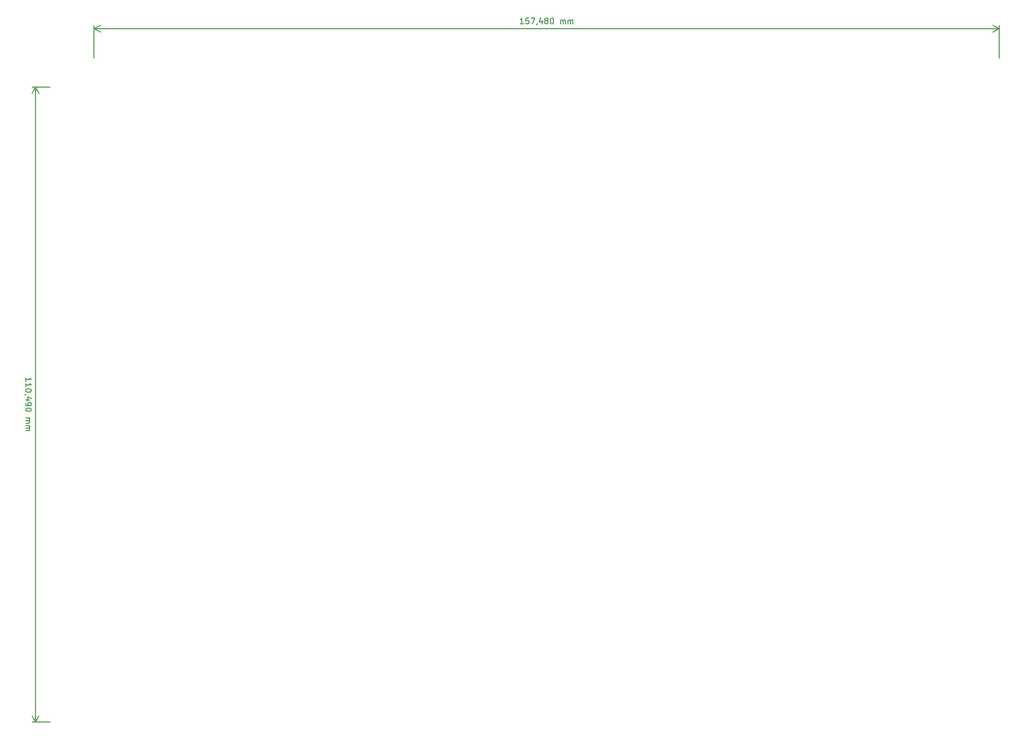
<source format=gbr>
%TF.GenerationSoftware,KiCad,Pcbnew,(5.1.6)-1*%
%TF.CreationDate,2020-07-07T09:56:18-05:00*%
%TF.ProjectId,Covid,436f7669-642e-46b6-9963-61645f706362,rev?*%
%TF.SameCoordinates,Original*%
%TF.FileFunction,OtherDrawing,Comment*%
%FSLAX46Y46*%
G04 Gerber Fmt 4.6, Leading zero omitted, Abs format (unit mm)*
G04 Created by KiCad (PCBNEW (5.1.6)-1) date 2020-07-07 09:56:18*
%MOMM*%
%LPD*%
G01*
G04 APERTURE LIST*
%ADD10C,0.150000*%
G04 APERTURE END LIST*
D10*
X102632380Y-23282380D02*
X102060952Y-23282380D01*
X102346666Y-23282380D02*
X102346666Y-22282380D01*
X102251428Y-22425238D01*
X102156190Y-22520476D01*
X102060952Y-22568095D01*
X103537142Y-22282380D02*
X103060952Y-22282380D01*
X103013333Y-22758571D01*
X103060952Y-22710952D01*
X103156190Y-22663333D01*
X103394285Y-22663333D01*
X103489523Y-22710952D01*
X103537142Y-22758571D01*
X103584761Y-22853809D01*
X103584761Y-23091904D01*
X103537142Y-23187142D01*
X103489523Y-23234761D01*
X103394285Y-23282380D01*
X103156190Y-23282380D01*
X103060952Y-23234761D01*
X103013333Y-23187142D01*
X103918095Y-22282380D02*
X104584761Y-22282380D01*
X104156190Y-23282380D01*
X105013333Y-23234761D02*
X105013333Y-23282380D01*
X104965714Y-23377619D01*
X104918095Y-23425238D01*
X105870476Y-22615714D02*
X105870476Y-23282380D01*
X105632380Y-22234761D02*
X105394285Y-22949047D01*
X106013333Y-22949047D01*
X106537142Y-22710952D02*
X106441904Y-22663333D01*
X106394285Y-22615714D01*
X106346666Y-22520476D01*
X106346666Y-22472857D01*
X106394285Y-22377619D01*
X106441904Y-22330000D01*
X106537142Y-22282380D01*
X106727619Y-22282380D01*
X106822857Y-22330000D01*
X106870476Y-22377619D01*
X106918095Y-22472857D01*
X106918095Y-22520476D01*
X106870476Y-22615714D01*
X106822857Y-22663333D01*
X106727619Y-22710952D01*
X106537142Y-22710952D01*
X106441904Y-22758571D01*
X106394285Y-22806190D01*
X106346666Y-22901428D01*
X106346666Y-23091904D01*
X106394285Y-23187142D01*
X106441904Y-23234761D01*
X106537142Y-23282380D01*
X106727619Y-23282380D01*
X106822857Y-23234761D01*
X106870476Y-23187142D01*
X106918095Y-23091904D01*
X106918095Y-22901428D01*
X106870476Y-22806190D01*
X106822857Y-22758571D01*
X106727619Y-22710952D01*
X107537142Y-22282380D02*
X107632380Y-22282380D01*
X107727619Y-22330000D01*
X107775238Y-22377619D01*
X107822857Y-22472857D01*
X107870476Y-22663333D01*
X107870476Y-22901428D01*
X107822857Y-23091904D01*
X107775238Y-23187142D01*
X107727619Y-23234761D01*
X107632380Y-23282380D01*
X107537142Y-23282380D01*
X107441904Y-23234761D01*
X107394285Y-23187142D01*
X107346666Y-23091904D01*
X107299047Y-22901428D01*
X107299047Y-22663333D01*
X107346666Y-22472857D01*
X107394285Y-22377619D01*
X107441904Y-22330000D01*
X107537142Y-22282380D01*
X109060952Y-23282380D02*
X109060952Y-22615714D01*
X109060952Y-22710952D02*
X109108571Y-22663333D01*
X109203809Y-22615714D01*
X109346666Y-22615714D01*
X109441904Y-22663333D01*
X109489523Y-22758571D01*
X109489523Y-23282380D01*
X109489523Y-22758571D02*
X109537142Y-22663333D01*
X109632380Y-22615714D01*
X109775238Y-22615714D01*
X109870476Y-22663333D01*
X109918095Y-22758571D01*
X109918095Y-23282380D01*
X110394285Y-23282380D02*
X110394285Y-22615714D01*
X110394285Y-22710952D02*
X110441904Y-22663333D01*
X110537142Y-22615714D01*
X110680000Y-22615714D01*
X110775238Y-22663333D01*
X110822857Y-22758571D01*
X110822857Y-23282380D01*
X110822857Y-22758571D02*
X110870476Y-22663333D01*
X110965714Y-22615714D01*
X111108571Y-22615714D01*
X111203809Y-22663333D01*
X111251428Y-22758571D01*
X111251428Y-23282380D01*
X27940000Y-24130000D02*
X185420000Y-24130000D01*
X27940000Y-29210000D02*
X27940000Y-23543579D01*
X185420000Y-29210000D02*
X185420000Y-23543579D01*
X185420000Y-24130000D02*
X184293496Y-24716421D01*
X185420000Y-24130000D02*
X184293496Y-23543579D01*
X27940000Y-24130000D02*
X29066504Y-24716421D01*
X27940000Y-24130000D02*
X29066504Y-23543579D01*
X16027620Y-85487380D02*
X16027620Y-84915952D01*
X16027620Y-85201666D02*
X17027620Y-85201666D01*
X16884762Y-85106428D01*
X16789524Y-85011190D01*
X16741905Y-84915952D01*
X16027620Y-86439761D02*
X16027620Y-85868333D01*
X16027620Y-86154047D02*
X17027620Y-86154047D01*
X16884762Y-86058809D01*
X16789524Y-85963571D01*
X16741905Y-85868333D01*
X17027620Y-87058809D02*
X17027620Y-87154047D01*
X16980001Y-87249285D01*
X16932381Y-87296904D01*
X16837143Y-87344523D01*
X16646667Y-87392142D01*
X16408572Y-87392142D01*
X16218096Y-87344523D01*
X16122858Y-87296904D01*
X16075239Y-87249285D01*
X16027620Y-87154047D01*
X16027620Y-87058809D01*
X16075239Y-86963571D01*
X16122858Y-86915952D01*
X16218096Y-86868333D01*
X16408572Y-86820714D01*
X16646667Y-86820714D01*
X16837143Y-86868333D01*
X16932381Y-86915952D01*
X16980001Y-86963571D01*
X17027620Y-87058809D01*
X16075239Y-87868333D02*
X16027620Y-87868333D01*
X15932381Y-87820714D01*
X15884762Y-87773095D01*
X16694286Y-88725476D02*
X16027620Y-88725476D01*
X17075239Y-88487380D02*
X16360953Y-88249285D01*
X16360953Y-88868333D01*
X16027620Y-89296904D02*
X16027620Y-89487380D01*
X16075239Y-89582619D01*
X16122858Y-89630238D01*
X16265715Y-89725476D01*
X16456191Y-89773095D01*
X16837143Y-89773095D01*
X16932381Y-89725476D01*
X16980001Y-89677857D01*
X17027620Y-89582619D01*
X17027620Y-89392142D01*
X16980001Y-89296904D01*
X16932381Y-89249285D01*
X16837143Y-89201666D01*
X16599048Y-89201666D01*
X16503810Y-89249285D01*
X16456191Y-89296904D01*
X16408572Y-89392142D01*
X16408572Y-89582619D01*
X16456191Y-89677857D01*
X16503810Y-89725476D01*
X16599048Y-89773095D01*
X17027620Y-90392142D02*
X17027620Y-90487380D01*
X16980001Y-90582619D01*
X16932381Y-90630238D01*
X16837143Y-90677857D01*
X16646667Y-90725476D01*
X16408572Y-90725476D01*
X16218096Y-90677857D01*
X16122858Y-90630238D01*
X16075239Y-90582619D01*
X16027620Y-90487380D01*
X16027620Y-90392142D01*
X16075239Y-90296904D01*
X16122858Y-90249285D01*
X16218096Y-90201666D01*
X16408572Y-90154047D01*
X16646667Y-90154047D01*
X16837143Y-90201666D01*
X16932381Y-90249285D01*
X16980001Y-90296904D01*
X17027620Y-90392142D01*
X16027620Y-91915952D02*
X16694286Y-91915952D01*
X16599048Y-91915952D02*
X16646667Y-91963571D01*
X16694286Y-92058809D01*
X16694286Y-92201666D01*
X16646667Y-92296904D01*
X16551429Y-92344523D01*
X16027620Y-92344523D01*
X16551429Y-92344523D02*
X16646667Y-92392142D01*
X16694286Y-92487380D01*
X16694286Y-92630238D01*
X16646667Y-92725476D01*
X16551429Y-92773095D01*
X16027620Y-92773095D01*
X16027620Y-93249285D02*
X16694286Y-93249285D01*
X16599048Y-93249285D02*
X16646667Y-93296904D01*
X16694286Y-93392142D01*
X16694286Y-93535000D01*
X16646667Y-93630238D01*
X16551429Y-93677857D01*
X16027620Y-93677857D01*
X16551429Y-93677857D02*
X16646667Y-93725476D01*
X16694286Y-93820714D01*
X16694286Y-93963571D01*
X16646667Y-94058809D01*
X16551429Y-94106428D01*
X16027620Y-94106428D01*
X17780001Y-34290000D02*
X17780001Y-144780000D01*
X20320000Y-34290000D02*
X17193580Y-34290000D01*
X20320000Y-144780000D02*
X17193580Y-144780000D01*
X17780001Y-144780000D02*
X17193580Y-143653496D01*
X17780001Y-144780000D02*
X18366422Y-143653496D01*
X17780001Y-34290000D02*
X17193580Y-35416504D01*
X17780001Y-34290000D02*
X18366422Y-35416504D01*
M02*

</source>
